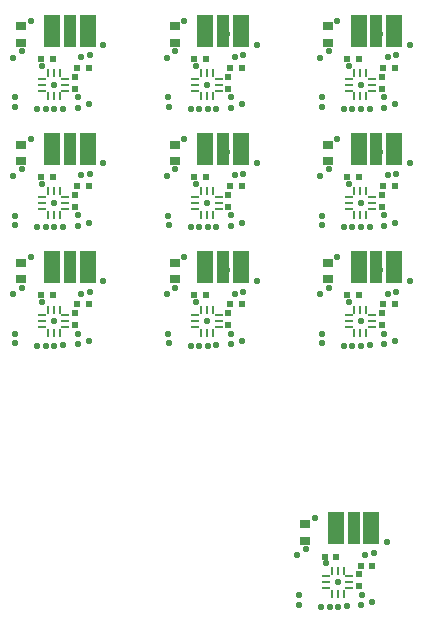
<source format=gbs>
%FSLAX24Y24*%
%MOIN*%
G70*
G01*
G75*
G04 Layer_Color=16711935*
%ADD10R,0.0197X0.0197*%
%ADD11O,0.0295X0.0118*%
%ADD12O,0.0118X0.0295*%
%ADD13R,0.1102X0.1102*%
%ADD14R,0.0945X0.0295*%
%ADD15R,0.0098X0.0217*%
%ADD16R,0.0118X0.0118*%
%ADD17R,0.0118X0.0118*%
%ADD18R,0.0472X0.0394*%
%ADD19R,0.0472X0.0394*%
%ADD20C,0.0100*%
%ADD21C,0.0060*%
%ADD22C,0.0200*%
%ADD23C,0.0080*%
%ADD24C,0.0120*%
%ADD25C,0.0090*%
%ADD26C,0.0220*%
%ADD27C,0.0320*%
%ADD28R,0.0520X0.1100*%
%ADD29R,0.0390X0.1100*%
%ADD30R,0.0354X0.0315*%
%ADD31R,0.0197X0.0197*%
G04:AMPARAMS|DCode=32|XSize=7.9mil|YSize=23.6mil|CornerRadius=0mil|HoleSize=0mil|Usage=FLASHONLY|Rotation=180.000|XOffset=0mil|YOffset=0mil|HoleType=Round|Shape=Octagon|*
%AMOCTAGOND32*
4,1,8,0.0020,-0.0118,-0.0020,-0.0118,-0.0039,-0.0098,-0.0039,0.0098,-0.0020,0.0118,0.0020,0.0118,0.0039,0.0098,0.0039,-0.0098,0.0020,-0.0118,0.0*
%
%ADD32OCTAGOND32*%

%ADD33O,0.0079X0.0276*%
G04:AMPARAMS|DCode=34|XSize=7.9mil|YSize=23.6mil|CornerRadius=0mil|HoleSize=0mil|Usage=FLASHONLY|Rotation=270.000|XOffset=0mil|YOffset=0mil|HoleType=Round|Shape=Octagon|*
%AMOCTAGOND34*
4,1,8,0.0118,0.0020,0.0118,-0.0020,0.0098,-0.0039,-0.0098,-0.0039,-0.0118,-0.0020,-0.0118,0.0020,-0.0098,0.0039,0.0098,0.0039,0.0118,0.0020,0.0*
%
%ADD34OCTAGOND34*%

G04:AMPARAMS|DCode=35|XSize=7.9mil|YSize=27.6mil|CornerRadius=2mil|HoleSize=0mil|Usage=FLASHONLY|Rotation=270.000|XOffset=0mil|YOffset=0mil|HoleType=Round|Shape=RoundedRectangle|*
%AMROUNDEDRECTD35*
21,1,0.0079,0.0236,0,0,270.0*
21,1,0.0039,0.0276,0,0,270.0*
1,1,0.0039,-0.0118,-0.0020*
1,1,0.0039,-0.0118,0.0020*
1,1,0.0039,0.0118,0.0020*
1,1,0.0039,0.0118,-0.0020*
%
%ADD35ROUNDEDRECTD35*%
%ADD36O,0.0276X0.0079*%
%ADD37C,0.0140*%
D10*
X17440Y16973D02*
D03*
Y17367D02*
D03*
X7980Y26072D02*
D03*
Y25678D02*
D03*
X13090Y26072D02*
D03*
Y25678D02*
D03*
X18200Y26072D02*
D03*
Y25678D02*
D03*
X7980Y30012D02*
D03*
Y29618D02*
D03*
X13090Y30012D02*
D03*
Y29618D02*
D03*
X18200Y30012D02*
D03*
Y29618D02*
D03*
X7980Y33952D02*
D03*
Y33558D02*
D03*
X13090Y33952D02*
D03*
Y33558D02*
D03*
X18200Y33952D02*
D03*
Y33558D02*
D03*
D26*
X16464Y16288D02*
D03*
X16174Y16286D02*
D03*
X15960Y19240D02*
D03*
X15380Y18010D02*
D03*
X17380Y18800D02*
D03*
X15440Y16680D02*
D03*
X17890Y16450D02*
D03*
X15670Y18220D02*
D03*
X18380Y18430D02*
D03*
X17650Y18020D02*
D03*
X16740Y17100D02*
D03*
X16350Y17740D02*
D03*
X17530Y16690D02*
D03*
X17520Y16330D02*
D03*
X15450Y16360D02*
D03*
X16750Y16290D02*
D03*
X17040Y16300D02*
D03*
X17930Y18080D02*
D03*
X8470Y26785D02*
D03*
X7580Y25005D02*
D03*
X7290Y24995D02*
D03*
X5990Y25065D02*
D03*
X8060Y25035D02*
D03*
X8070Y25395D02*
D03*
X6890Y26445D02*
D03*
X7280Y25805D02*
D03*
X8190Y26725D02*
D03*
X8920Y27135D02*
D03*
X6210Y26925D02*
D03*
X8430Y25155D02*
D03*
X5980Y25385D02*
D03*
X7920Y27505D02*
D03*
X5920Y26715D02*
D03*
X6500Y27945D02*
D03*
X6714Y24991D02*
D03*
X7003Y24994D02*
D03*
X13580Y26785D02*
D03*
X12690Y25005D02*
D03*
X12400Y24995D02*
D03*
X11100Y25065D02*
D03*
X13170Y25035D02*
D03*
X13180Y25395D02*
D03*
X12000Y26445D02*
D03*
X12390Y25805D02*
D03*
X13300Y26725D02*
D03*
X14030Y27135D02*
D03*
X11320Y26925D02*
D03*
X13540Y25155D02*
D03*
X11090Y25385D02*
D03*
X13030Y27505D02*
D03*
X11030Y26715D02*
D03*
X11610Y27945D02*
D03*
X11824Y24991D02*
D03*
X12113Y24994D02*
D03*
X18690Y26785D02*
D03*
X17800Y25005D02*
D03*
X17510Y24995D02*
D03*
X16210Y25065D02*
D03*
X18280Y25035D02*
D03*
X18290Y25395D02*
D03*
X17110Y26445D02*
D03*
X17500Y25805D02*
D03*
X18410Y26725D02*
D03*
X19140Y27135D02*
D03*
X16430Y26925D02*
D03*
X18650Y25155D02*
D03*
X16200Y25385D02*
D03*
X18140Y27505D02*
D03*
X16140Y26715D02*
D03*
X16720Y27945D02*
D03*
X16934Y24991D02*
D03*
X17223Y24994D02*
D03*
X8470Y30725D02*
D03*
X7580Y28945D02*
D03*
X7290Y28935D02*
D03*
X5990Y29005D02*
D03*
X8060Y28975D02*
D03*
X8070Y29335D02*
D03*
X6890Y30385D02*
D03*
X7280Y29745D02*
D03*
X8190Y30665D02*
D03*
X8920Y31075D02*
D03*
X6210Y30865D02*
D03*
X8430Y29095D02*
D03*
X5980Y29325D02*
D03*
X7920Y31445D02*
D03*
X5920Y30655D02*
D03*
X6500Y31885D02*
D03*
X6714Y28931D02*
D03*
X7003Y28934D02*
D03*
X13580Y30725D02*
D03*
X12690Y28945D02*
D03*
X12400Y28935D02*
D03*
X11100Y29005D02*
D03*
X13170Y28975D02*
D03*
X13180Y29335D02*
D03*
X12000Y30385D02*
D03*
X12390Y29745D02*
D03*
X13300Y30665D02*
D03*
X14030Y31075D02*
D03*
X11320Y30865D02*
D03*
X13540Y29095D02*
D03*
X11090Y29325D02*
D03*
X13030Y31445D02*
D03*
X11030Y30655D02*
D03*
X11610Y31885D02*
D03*
X11824Y28931D02*
D03*
X12113Y28934D02*
D03*
X18690Y30725D02*
D03*
X17800Y28945D02*
D03*
X17510Y28935D02*
D03*
X16210Y29005D02*
D03*
X18280Y28975D02*
D03*
X18290Y29335D02*
D03*
X17110Y30385D02*
D03*
X17500Y29745D02*
D03*
X18410Y30665D02*
D03*
X19140Y31075D02*
D03*
X16430Y30865D02*
D03*
X18650Y29095D02*
D03*
X16200Y29325D02*
D03*
X18140Y31445D02*
D03*
X16140Y30655D02*
D03*
X16720Y31885D02*
D03*
X16934Y28931D02*
D03*
X17223Y28934D02*
D03*
X8470Y34665D02*
D03*
X7580Y32885D02*
D03*
X7290Y32875D02*
D03*
X5990Y32945D02*
D03*
X8060Y32915D02*
D03*
X8070Y33275D02*
D03*
X6890Y34325D02*
D03*
X7280Y33685D02*
D03*
X8190Y34605D02*
D03*
X8920Y35015D02*
D03*
X6210Y34805D02*
D03*
X8430Y33035D02*
D03*
X5980Y33265D02*
D03*
X7920Y35385D02*
D03*
X5920Y34595D02*
D03*
X6500Y35825D02*
D03*
X6714Y32871D02*
D03*
X7003Y32874D02*
D03*
X13580Y34665D02*
D03*
X12690Y32885D02*
D03*
X12400Y32875D02*
D03*
X11100Y32945D02*
D03*
X13170Y32915D02*
D03*
X13180Y33275D02*
D03*
X12000Y34325D02*
D03*
X12390Y33685D02*
D03*
X13300Y34605D02*
D03*
X14030Y35015D02*
D03*
X11320Y34805D02*
D03*
X13540Y33035D02*
D03*
X11090Y33265D02*
D03*
X13030Y35385D02*
D03*
X11030Y34595D02*
D03*
X11610Y35825D02*
D03*
X11824Y32871D02*
D03*
X12113Y32874D02*
D03*
X18690Y34665D02*
D03*
X17800Y32885D02*
D03*
X17510Y32875D02*
D03*
X16210Y32945D02*
D03*
X18280Y32915D02*
D03*
X18290Y33275D02*
D03*
X17110Y34325D02*
D03*
X17500Y33685D02*
D03*
X18410Y34605D02*
D03*
X19140Y35015D02*
D03*
X16430Y34805D02*
D03*
X18650Y33035D02*
D03*
X16200Y33265D02*
D03*
X18140Y35385D02*
D03*
X16140Y34595D02*
D03*
X16720Y35825D02*
D03*
X16934Y32871D02*
D03*
X17223Y32874D02*
D03*
D28*
X16667Y18900D02*
D03*
X17852D02*
D03*
X8392Y27605D02*
D03*
X7207D02*
D03*
X13502D02*
D03*
X12317D02*
D03*
X18612D02*
D03*
X17427D02*
D03*
X8392Y31545D02*
D03*
X7207D02*
D03*
X13502D02*
D03*
X12317D02*
D03*
X18612D02*
D03*
X17427D02*
D03*
X8392Y35485D02*
D03*
X7207D02*
D03*
X13502D02*
D03*
X12317D02*
D03*
X18612D02*
D03*
X17427D02*
D03*
D29*
X17260Y18900D02*
D03*
X7800Y27605D02*
D03*
X12910D02*
D03*
X18020D02*
D03*
X7800Y31545D02*
D03*
X12910D02*
D03*
X18020D02*
D03*
X7800Y35485D02*
D03*
X12910D02*
D03*
X18020D02*
D03*
D30*
X15650Y18494D02*
D03*
Y19046D02*
D03*
X6190Y27751D02*
D03*
Y27199D02*
D03*
X11300Y27751D02*
D03*
Y27199D02*
D03*
X16410Y27751D02*
D03*
Y27199D02*
D03*
X6190Y31691D02*
D03*
Y31139D02*
D03*
X11300Y31691D02*
D03*
Y31139D02*
D03*
X16410Y31691D02*
D03*
Y31139D02*
D03*
X6190Y35631D02*
D03*
Y35079D02*
D03*
X11300Y35631D02*
D03*
Y35079D02*
D03*
X16410Y35631D02*
D03*
Y35079D02*
D03*
D31*
X16293Y17960D02*
D03*
X16687D02*
D03*
X17493Y17660D02*
D03*
X17887D02*
D03*
X8427Y26365D02*
D03*
X8033D02*
D03*
X7227Y26665D02*
D03*
X6833D02*
D03*
X13537Y26365D02*
D03*
X13143D02*
D03*
X12337Y26665D02*
D03*
X11943D02*
D03*
X18647Y26365D02*
D03*
X18253D02*
D03*
X17447Y26665D02*
D03*
X17053D02*
D03*
X8427Y30305D02*
D03*
X8033D02*
D03*
X7227Y30605D02*
D03*
X6833D02*
D03*
X13537Y30305D02*
D03*
X13143D02*
D03*
X12337Y30605D02*
D03*
X11943D02*
D03*
X18647Y30305D02*
D03*
X18253D02*
D03*
X17447Y30605D02*
D03*
X17053D02*
D03*
X8427Y34245D02*
D03*
X8033D02*
D03*
X7227Y34545D02*
D03*
X6833D02*
D03*
X13537Y34245D02*
D03*
X13143D02*
D03*
X12337Y34545D02*
D03*
X11943D02*
D03*
X18647Y34245D02*
D03*
X18253D02*
D03*
X17447Y34545D02*
D03*
X17053D02*
D03*
D32*
X16530Y17490D02*
D03*
X16924D02*
D03*
Y16712D02*
D03*
X16530D02*
D03*
X7070Y25417D02*
D03*
X7464D02*
D03*
Y26195D02*
D03*
X7070D02*
D03*
X12180Y25417D02*
D03*
X12574D02*
D03*
Y26195D02*
D03*
X12180D02*
D03*
X17290Y25417D02*
D03*
X17684D02*
D03*
Y26195D02*
D03*
X17290D02*
D03*
X7070Y29357D02*
D03*
X7464D02*
D03*
Y30135D02*
D03*
X7070D02*
D03*
X12180Y29357D02*
D03*
X12574D02*
D03*
Y30135D02*
D03*
X12180D02*
D03*
X17290Y29357D02*
D03*
X17684D02*
D03*
Y30135D02*
D03*
X17290D02*
D03*
X7070Y33297D02*
D03*
X7464D02*
D03*
Y34075D02*
D03*
X7070D02*
D03*
X12180Y33297D02*
D03*
X12574D02*
D03*
Y34075D02*
D03*
X12180D02*
D03*
X17290Y33297D02*
D03*
X17684D02*
D03*
Y34075D02*
D03*
X17290D02*
D03*
D33*
X16727Y17490D02*
D03*
Y16712D02*
D03*
X7267Y25417D02*
D03*
Y26195D02*
D03*
X12377Y25417D02*
D03*
Y26195D02*
D03*
X17487Y25417D02*
D03*
Y26195D02*
D03*
X7267Y29357D02*
D03*
Y30135D02*
D03*
X12377Y29357D02*
D03*
Y30135D02*
D03*
X17487Y29357D02*
D03*
Y30135D02*
D03*
X7267Y33297D02*
D03*
Y34075D02*
D03*
X12377Y33297D02*
D03*
Y34075D02*
D03*
X17487Y33297D02*
D03*
Y34075D02*
D03*
D34*
X17116Y17298D02*
D03*
Y16904D02*
D03*
X16338D02*
D03*
Y17298D02*
D03*
X6878Y26003D02*
D03*
Y25609D02*
D03*
X7655D02*
D03*
Y26003D02*
D03*
X11988D02*
D03*
Y25609D02*
D03*
X12765D02*
D03*
Y26003D02*
D03*
X17098D02*
D03*
Y25609D02*
D03*
X17875D02*
D03*
Y26003D02*
D03*
X6878Y29943D02*
D03*
Y29549D02*
D03*
X7655D02*
D03*
Y29943D02*
D03*
X11988D02*
D03*
Y29549D02*
D03*
X12765D02*
D03*
Y29943D02*
D03*
X17098D02*
D03*
Y29549D02*
D03*
X17875D02*
D03*
Y29943D02*
D03*
X6878Y33883D02*
D03*
Y33489D02*
D03*
X7655D02*
D03*
Y33883D02*
D03*
X11988D02*
D03*
Y33489D02*
D03*
X12765D02*
D03*
Y33883D02*
D03*
X17098D02*
D03*
Y33489D02*
D03*
X17875D02*
D03*
Y33883D02*
D03*
D35*
X17116Y17101D02*
D03*
X7655Y25806D02*
D03*
X12765D02*
D03*
X17875D02*
D03*
X7655Y29746D02*
D03*
X12765D02*
D03*
X17875D02*
D03*
X7655Y33686D02*
D03*
X12765D02*
D03*
X17875D02*
D03*
D36*
X16338Y17101D02*
D03*
X6878Y25806D02*
D03*
X11988D02*
D03*
X17098D02*
D03*
X6878Y29746D02*
D03*
X11988D02*
D03*
X17098D02*
D03*
X6878Y33686D02*
D03*
X11988D02*
D03*
X17098D02*
D03*
M02*

</source>
